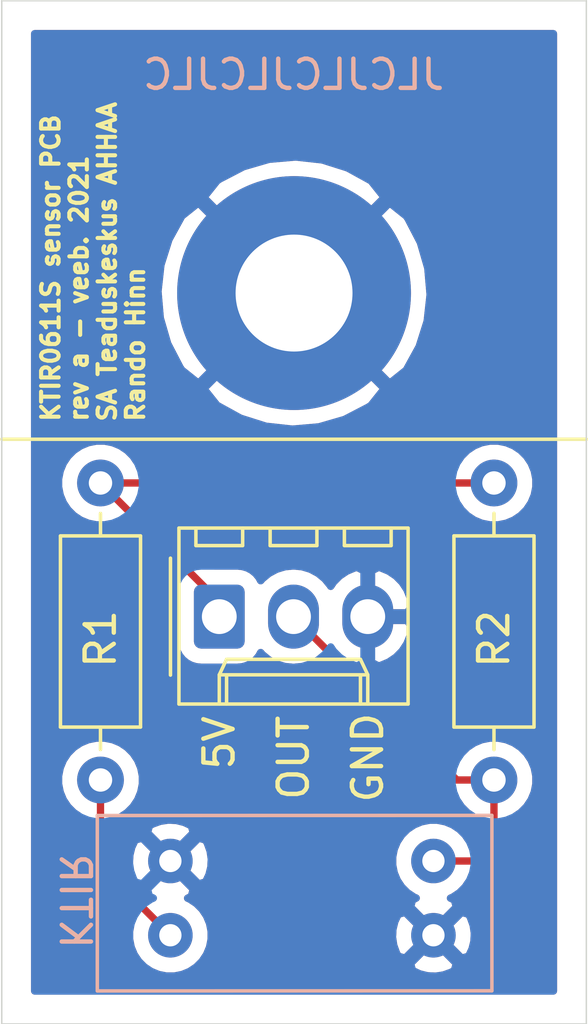
<source format=kicad_pcb>
(kicad_pcb (version 20171130) (host pcbnew 5.1.9-73d0e3b20d~88~ubuntu18.04.1)

  (general
    (thickness 1.6)
    (drawings 10)
    (tracks 10)
    (zones 0)
    (modules 5)
    (nets 5)
  )

  (page A4)
  (title_block
    (title "OSKAR III optocoupler PCB")
    (date 2021-02-09)
    (rev "rev a")
    (company "SA Teaduskeskus AHHAA")
    (comment 1 "Rando Hinn")
  )

  (layers
    (0 F.Cu signal)
    (31 B.Cu signal)
    (32 B.Adhes user)
    (33 F.Adhes user)
    (34 B.Paste user)
    (35 F.Paste user)
    (36 B.SilkS user)
    (37 F.SilkS user)
    (38 B.Mask user)
    (39 F.Mask user)
    (40 Dwgs.User user)
    (41 Cmts.User user)
    (42 Eco1.User user)
    (43 Eco2.User user)
    (44 Edge.Cuts user)
    (45 Margin user)
    (46 B.CrtYd user)
    (47 F.CrtYd user)
    (48 B.Fab user)
    (49 F.Fab user)
  )

  (setup
    (last_trace_width 0.25)
    (trace_clearance 0.2)
    (zone_clearance 0.508)
    (zone_45_only no)
    (trace_min 0.2)
    (via_size 0.8)
    (via_drill 0.4)
    (via_min_size 0.4)
    (via_min_drill 0.3)
    (uvia_size 0.3)
    (uvia_drill 0.1)
    (uvias_allowed no)
    (uvia_min_size 0.2)
    (uvia_min_drill 0.1)
    (edge_width 0.05)
    (segment_width 0.2)
    (pcb_text_width 0.3)
    (pcb_text_size 1.5 1.5)
    (mod_edge_width 0.12)
    (mod_text_size 1 1)
    (mod_text_width 0.15)
    (pad_size 1.524 1.524)
    (pad_drill 0.762)
    (pad_to_mask_clearance 0)
    (aux_axis_origin 0 0)
    (visible_elements FFFFFF7F)
    (pcbplotparams
      (layerselection 0x010fc_ffffffff)
      (usegerberextensions false)
      (usegerberattributes true)
      (usegerberadvancedattributes true)
      (creategerberjobfile true)
      (excludeedgelayer true)
      (linewidth 0.100000)
      (plotframeref false)
      (viasonmask false)
      (mode 1)
      (useauxorigin false)
      (hpglpennumber 1)
      (hpglpenspeed 20)
      (hpglpendiameter 15.000000)
      (psnegative false)
      (psa4output false)
      (plotreference true)
      (plotvalue true)
      (plotinvisibletext false)
      (padsonsilk false)
      (subtractmaskfromsilk false)
      (outputformat 1)
      (mirror false)
      (drillshape 1)
      (scaleselection 1)
      (outputdirectory ""))
  )

  (net 0 "")
  (net 1 GND)
  (net 2 /Output)
  (net 3 "Net-(R1-Pad1)")
  (net 4 +5V)

  (net_class Default "This is the default net class."
    (clearance 0.2)
    (trace_width 0.25)
    (via_dia 0.8)
    (via_drill 0.4)
    (uvia_dia 0.3)
    (uvia_drill 0.1)
    (add_net +5V)
    (add_net /Output)
    (add_net GND)
    (add_net "Net-(R1-Pad1)")
  )

  (module MountingHole:MountingHole_4mm_Pad_TopBottom (layer F.Cu) (tedit 56D1B4CB) (tstamp 60228B5E)
    (at 147.592 87.992)
    (descr "Mounting Hole 4mm")
    (tags "mounting hole 4mm")
    (path /601B1EA0)
    (attr virtual)
    (fp_text reference J2 (at 0 -5) (layer F.SilkS) hide
      (effects (font (size 1 1) (thickness 0.15)))
    )
    (fp_text value Conn_01x01_Female (at 0 5) (layer F.Fab)
      (effects (font (size 1 1) (thickness 0.15)))
    )
    (fp_circle (center 0 0) (end 4.25 0) (layer F.CrtYd) (width 0.05))
    (fp_circle (center 0 0) (end 4 0) (layer Cmts.User) (width 0.15))
    (fp_text user %R (at 0.3 0) (layer F.Fab)
      (effects (font (size 1 1) (thickness 0.15)))
    )
    (pad 1 connect circle (at 0 0) (size 8 8) (layers B.Cu B.Mask)
      (net 1 GND))
    (pad 1 connect circle (at 0 0) (size 8 8) (layers F.Cu F.Mask)
      (net 1 GND))
    (pad 1 thru_hole circle (at 0 0) (size 4.4 4.4) (drill 4) (layers *.Cu *.Mask)
      (net 1 GND))
  )

  (module KTIR0611S:KTIR0611S (layer B.Cu) (tedit 601AF95A) (tstamp 60228B8E)
    (at 147.592 108.792)
    (path /601C0B40)
    (fp_text reference U1 (at 4.3 -3.8) (layer B.SilkS) hide
      (effects (font (size 1 1) (thickness 0.15)) (justify mirror))
    )
    (fp_text value KTIR0611S (at 0 -0.254) (layer B.Fab)
      (effects (font (size 1 1) (thickness 0.15)) (justify mirror))
    )
    (fp_line (start -6.731 -2.929) (end 6.769 -2.933) (layer B.SilkS) (width 0.12))
    (fp_line (start 6.769 -2.933) (end 6.769 3.067) (layer B.SilkS) (width 0.12))
    (fp_line (start -6.731 3.071) (end 6.769 3.067) (layer B.SilkS) (width 0.12))
    (fp_line (start -6.731 -2.929) (end -6.731 3.071) (layer B.SilkS) (width 0.12))
    (fp_text user KTIR (at -7.493 0 -90 unlocked) (layer B.SilkS)
      (effects (font (size 1 1) (thickness 0.15)) (justify mirror))
    )
    (pad 4 thru_hole circle (at 4.769 1.167) (size 1.524 1.524) (drill 0.762) (layers *.Cu *.Mask)
      (net 1 GND))
    (pad 3 thru_hole circle (at 4.769 -1.373) (size 1.524 1.524) (drill 0.762) (layers *.Cu *.Mask)
      (net 2 /Output))
    (pad 2 thru_hole circle (at -4.231 -1.373) (size 1.524 1.524) (drill 0.762) (layers *.Cu *.Mask)
      (net 1 GND))
    (pad 1 thru_hole circle (at -4.231 1.167) (size 1.524 1.524) (drill 0.762) (layers *.Cu *.Mask)
      (net 3 "Net-(R1-Pad1)"))
    (model ${KIPRJMOD}/KTIR0611S.wrl
      (offset (xyz 0.27 -0.1 -0.6))
      (scale (xyz 400 350 400))
      (rotate (xyz -90 0 0))
    )
  )

  (module Connector_Molex:Molex_KK-254_AE-6410-03A_1x03_P2.54mm_Vertical (layer F.Cu) (tedit 5EA53D3B) (tstamp 60228BCD)
    (at 145.034 99.06)
    (descr "Molex KK-254 Interconnect System, old/engineering part number: AE-6410-03A example for new part number: 22-27-2031, 3 Pins (http://www.molex.com/pdm_docs/sd/022272021_sd.pdf), generated with kicad-footprint-generator")
    (tags "connector Molex KK-254 vertical")
    (path /601CD8E7)
    (fp_text reference J1 (at 2.54 -4.12) (layer F.SilkS) hide
      (effects (font (size 1 1) (thickness 0.15)))
    )
    (fp_text value Conn_01x03_Male (at 2.54 4.08) (layer F.Fab)
      (effects (font (size 1 1) (thickness 0.15)))
    )
    (fp_line (start -1.27 -2.92) (end -1.27 2.88) (layer F.Fab) (width 0.1))
    (fp_line (start -1.27 2.88) (end 6.35 2.88) (layer F.Fab) (width 0.1))
    (fp_line (start 6.35 2.88) (end 6.35 -2.92) (layer F.Fab) (width 0.1))
    (fp_line (start 6.35 -2.92) (end -1.27 -2.92) (layer F.Fab) (width 0.1))
    (fp_line (start -1.38 -3.03) (end -1.38 2.99) (layer F.SilkS) (width 0.12))
    (fp_line (start -1.38 2.99) (end 6.46 2.99) (layer F.SilkS) (width 0.12))
    (fp_line (start 6.46 2.99) (end 6.46 -3.03) (layer F.SilkS) (width 0.12))
    (fp_line (start 6.46 -3.03) (end -1.38 -3.03) (layer F.SilkS) (width 0.12))
    (fp_line (start -1.67 -2) (end -1.67 2) (layer F.SilkS) (width 0.12))
    (fp_line (start -1.27 -0.5) (end -0.562893 0) (layer F.Fab) (width 0.1))
    (fp_line (start -0.562893 0) (end -1.27 0.5) (layer F.Fab) (width 0.1))
    (fp_line (start 0 2.99) (end 0 1.99) (layer F.SilkS) (width 0.12))
    (fp_line (start 0 1.99) (end 5.08 1.99) (layer F.SilkS) (width 0.12))
    (fp_line (start 5.08 1.99) (end 5.08 2.99) (layer F.SilkS) (width 0.12))
    (fp_line (start 0 1.99) (end 0.25 1.46) (layer F.SilkS) (width 0.12))
    (fp_line (start 0.25 1.46) (end 4.83 1.46) (layer F.SilkS) (width 0.12))
    (fp_line (start 4.83 1.46) (end 5.08 1.99) (layer F.SilkS) (width 0.12))
    (fp_line (start 0.25 2.99) (end 0.25 1.99) (layer F.SilkS) (width 0.12))
    (fp_line (start 4.83 2.99) (end 4.83 1.99) (layer F.SilkS) (width 0.12))
    (fp_line (start -0.8 -3.03) (end -0.8 -2.43) (layer F.SilkS) (width 0.12))
    (fp_line (start -0.8 -2.43) (end 0.8 -2.43) (layer F.SilkS) (width 0.12))
    (fp_line (start 0.8 -2.43) (end 0.8 -3.03) (layer F.SilkS) (width 0.12))
    (fp_line (start 1.74 -3.03) (end 1.74 -2.43) (layer F.SilkS) (width 0.12))
    (fp_line (start 1.74 -2.43) (end 3.34 -2.43) (layer F.SilkS) (width 0.12))
    (fp_line (start 3.34 -2.43) (end 3.34 -3.03) (layer F.SilkS) (width 0.12))
    (fp_line (start 4.28 -3.03) (end 4.28 -2.43) (layer F.SilkS) (width 0.12))
    (fp_line (start 4.28 -2.43) (end 5.88 -2.43) (layer F.SilkS) (width 0.12))
    (fp_line (start 5.88 -2.43) (end 5.88 -3.03) (layer F.SilkS) (width 0.12))
    (fp_line (start -1.77 -3.42) (end -1.77 3.38) (layer F.CrtYd) (width 0.05))
    (fp_line (start -1.77 3.38) (end 6.85 3.38) (layer F.CrtYd) (width 0.05))
    (fp_line (start 6.85 3.38) (end 6.85 -3.42) (layer F.CrtYd) (width 0.05))
    (fp_line (start 6.85 -3.42) (end -1.77 -3.42) (layer F.CrtYd) (width 0.05))
    (fp_text user %R (at 2.54 -2.22) (layer F.Fab)
      (effects (font (size 1 1) (thickness 0.15)))
    )
    (pad 3 thru_hole oval (at 5.08 0) (size 1.74 2.19) (drill 1.19) (layers *.Cu *.Mask)
      (net 1 GND))
    (pad 2 thru_hole oval (at 2.54 0) (size 1.74 2.19) (drill 1.19) (layers *.Cu *.Mask)
      (net 2 /Output))
    (pad 1 thru_hole roundrect (at 0 0) (size 1.74 2.19) (drill 1.19) (layers *.Cu *.Mask) (roundrect_rratio 0.143678)
      (net 4 +5V))
    (model ${KISYS3DMOD}/Connector_Molex.3dshapes/Molex_KK-254_AE-6410-03A_1x03_P2.54mm_Vertical.wrl
      (at (xyz 0 0 0))
      (scale (xyz 1 1 1))
      (rotate (xyz 0 0 0))
    )
  )

  (module Resistor_THT:R_Axial_DIN0207_L6.3mm_D2.5mm_P10.16mm_Horizontal (layer F.Cu) (tedit 5AE5139B) (tstamp 60228C34)
    (at 154.432 104.648 90)
    (descr "Resistor, Axial_DIN0207 series, Axial, Horizontal, pin pitch=10.16mm, 0.25W = 1/4W, length*diameter=6.3*2.5mm^2, http://cdn-reichelt.de/documents/datenblatt/B400/1_4W%23YAG.pdf")
    (tags "Resistor Axial_DIN0207 series Axial Horizontal pin pitch 10.16mm 0.25W = 1/4W length 6.3mm diameter 2.5mm")
    (path /601C4431)
    (fp_text reference R2 (at 4.826 0 90) (layer F.SilkS)
      (effects (font (size 1 1) (thickness 0.15)))
    )
    (fp_text value 1.5k (at 6.858 -2.286 90) (layer F.Fab)
      (effects (font (size 1 1) (thickness 0.15)))
    )
    (fp_line (start 1.93 -1.25) (end 1.93 1.25) (layer F.Fab) (width 0.1))
    (fp_line (start 1.93 1.25) (end 8.23 1.25) (layer F.Fab) (width 0.1))
    (fp_line (start 8.23 1.25) (end 8.23 -1.25) (layer F.Fab) (width 0.1))
    (fp_line (start 8.23 -1.25) (end 1.93 -1.25) (layer F.Fab) (width 0.1))
    (fp_line (start 0 0) (end 1.93 0) (layer F.Fab) (width 0.1))
    (fp_line (start 10.16 0) (end 8.23 0) (layer F.Fab) (width 0.1))
    (fp_line (start 1.81 -1.37) (end 1.81 1.37) (layer F.SilkS) (width 0.12))
    (fp_line (start 1.81 1.37) (end 8.35 1.37) (layer F.SilkS) (width 0.12))
    (fp_line (start 8.35 1.37) (end 8.35 -1.37) (layer F.SilkS) (width 0.12))
    (fp_line (start 8.35 -1.37) (end 1.81 -1.37) (layer F.SilkS) (width 0.12))
    (fp_line (start 1.04 0) (end 1.81 0) (layer F.SilkS) (width 0.12))
    (fp_line (start 9.12 0) (end 8.35 0) (layer F.SilkS) (width 0.12))
    (fp_line (start -1.05 -1.5) (end -1.05 1.5) (layer F.CrtYd) (width 0.05))
    (fp_line (start -1.05 1.5) (end 11.21 1.5) (layer F.CrtYd) (width 0.05))
    (fp_line (start 11.21 1.5) (end 11.21 -1.5) (layer F.CrtYd) (width 0.05))
    (fp_line (start 11.21 -1.5) (end -1.05 -1.5) (layer F.CrtYd) (width 0.05))
    (fp_text user %R (at 5.08 0 90) (layer F.Fab)
      (effects (font (size 1 1) (thickness 0.15)))
    )
    (pad 2 thru_hole oval (at 10.16 0 90) (size 1.6 1.6) (drill 0.8) (layers *.Cu *.Mask)
      (net 4 +5V))
    (pad 1 thru_hole circle (at 0 0 90) (size 1.6 1.6) (drill 0.8) (layers *.Cu *.Mask)
      (net 2 /Output))
    (model ${KISYS3DMOD}/Resistor_THT.3dshapes/R_Axial_DIN0207_L6.3mm_D2.5mm_P10.16mm_Horizontal.wrl
      (at (xyz 0 0 0))
      (scale (xyz 1 1 1))
      (rotate (xyz 0 0 0))
    )
  )

  (module Resistor_THT:R_Axial_DIN0207_L6.3mm_D2.5mm_P10.16mm_Horizontal (layer F.Cu) (tedit 5AE5139B) (tstamp 60228C76)
    (at 140.97 104.648 90)
    (descr "Resistor, Axial_DIN0207 series, Axial, Horizontal, pin pitch=10.16mm, 0.25W = 1/4W, length*diameter=6.3*2.5mm^2, http://cdn-reichelt.de/documents/datenblatt/B400/1_4W%23YAG.pdf")
    (tags "Resistor Axial_DIN0207 series Axial Horizontal pin pitch 10.16mm 0.25W = 1/4W length 6.3mm diameter 2.5mm")
    (path /601C2277)
    (fp_text reference R1 (at 4.826 0 90) (layer F.SilkS)
      (effects (font (size 1 1) (thickness 0.15)))
    )
    (fp_text value 560 (at 6.858 2.37 90) (layer F.Fab)
      (effects (font (size 1 1) (thickness 0.15)))
    )
    (fp_line (start 1.93 -1.25) (end 1.93 1.25) (layer F.Fab) (width 0.1))
    (fp_line (start 1.93 1.25) (end 8.23 1.25) (layer F.Fab) (width 0.1))
    (fp_line (start 8.23 1.25) (end 8.23 -1.25) (layer F.Fab) (width 0.1))
    (fp_line (start 8.23 -1.25) (end 1.93 -1.25) (layer F.Fab) (width 0.1))
    (fp_line (start 0 0) (end 1.93 0) (layer F.Fab) (width 0.1))
    (fp_line (start 10.16 0) (end 8.23 0) (layer F.Fab) (width 0.1))
    (fp_line (start 1.81 -1.37) (end 1.81 1.37) (layer F.SilkS) (width 0.12))
    (fp_line (start 1.81 1.37) (end 8.35 1.37) (layer F.SilkS) (width 0.12))
    (fp_line (start 8.35 1.37) (end 8.35 -1.37) (layer F.SilkS) (width 0.12))
    (fp_line (start 8.35 -1.37) (end 1.81 -1.37) (layer F.SilkS) (width 0.12))
    (fp_line (start 1.04 0) (end 1.81 0) (layer F.SilkS) (width 0.12))
    (fp_line (start 9.12 0) (end 8.35 0) (layer F.SilkS) (width 0.12))
    (fp_line (start -1.05 -1.5) (end -1.05 1.5) (layer F.CrtYd) (width 0.05))
    (fp_line (start -1.05 1.5) (end 11.21 1.5) (layer F.CrtYd) (width 0.05))
    (fp_line (start 11.21 1.5) (end 11.21 -1.5) (layer F.CrtYd) (width 0.05))
    (fp_line (start 11.21 -1.5) (end -1.05 -1.5) (layer F.CrtYd) (width 0.05))
    (fp_text user %R (at 5.08 0 90) (layer F.Fab)
      (effects (font (size 1 1) (thickness 0.15)))
    )
    (pad 2 thru_hole oval (at 10.16 0 90) (size 1.6 1.6) (drill 0.8) (layers *.Cu *.Mask)
      (net 4 +5V))
    (pad 1 thru_hole circle (at 0 0 90) (size 1.6 1.6) (drill 0.8) (layers *.Cu *.Mask)
      (net 3 "Net-(R1-Pad1)"))
    (model ${KISYS3DMOD}/Resistor_THT.3dshapes/R_Axial_DIN0207_L6.3mm_D2.5mm_P10.16mm_Horizontal.wrl
      (at (xyz 0 0 0))
      (scale (xyz 1 1 1))
      (rotate (xyz 0 0 0))
    )
  )

  (gr_text GND (at 150.114 103.886 90) (layer F.SilkS)
    (effects (font (size 1 1) (thickness 0.15)))
  )
  (gr_text OUT (at 147.574 103.886 90) (layer F.SilkS)
    (effects (font (size 1 1) (thickness 0.15)))
  )
  (gr_text 5V (at 145.034 103.378 90) (layer F.SilkS)
    (effects (font (size 1 1) (thickness 0.15)))
  )
  (gr_text JLCJLCJLCJLC (at 147.574 80.518) (layer B.SilkS) (tstamp 60228B53)
    (effects (font (size 1 1) (thickness 0.15)) (justify mirror))
  )
  (gr_text "KTIR0611S sensor PCB\nrev a - veeb. 2021\nSA Teaduskeskus AHHAA\nRando Hinn" (at 140.716 92.456 90) (layer F.SilkS) (tstamp 60228B50)
    (effects (font (size 0.6 0.6) (thickness 0.14)) (justify left))
  )
  (gr_line (start 137.592 92.992) (end 157.592 92.992) (layer F.SilkS) (width 0.12) (tstamp 60228B80))
  (gr_line (start 137.592 77.992) (end 157.592 77.992) (layer Edge.Cuts) (width 0.05) (tstamp 601B4AC7))
  (gr_line (start 137.592 112.992) (end 137.592 77.992) (layer Edge.Cuts) (width 0.05))
  (gr_line (start 157.592 112.992) (end 157.592 77.992) (layer Edge.Cuts) (width 0.05))
  (gr_line (start 137.592 112.992) (end 157.592 112.992) (layer Edge.Cuts) (width 0.05) (tstamp 60228C1C))

  (segment (start 152.361 107.419) (end 153.947 107.419) (width 0.25) (layer F.Cu) (net 2) (tstamp 60228B7A))
  (segment (start 154.432 106.934) (end 154.432 104.648) (width 0.25) (layer F.Cu) (net 2) (tstamp 60228B77))
  (segment (start 153.947 107.419) (end 154.432 106.934) (width 0.25) (layer F.Cu) (net 2) (tstamp 60228B4D))
  (segment (start 153.162 104.648) (end 147.574 99.06) (width 0.25) (layer F.Cu) (net 2) (tstamp 60228B4A))
  (segment (start 154.432 104.648) (end 153.162 104.648) (width 0.25) (layer F.Cu) (net 2) (tstamp 60228B7D))
  (segment (start 140.97 107.568) (end 140.97 104.648) (width 0.25) (layer F.Cu) (net 3) (tstamp 60228B47))
  (segment (start 143.361 109.959) (end 140.97 107.568) (width 0.25) (layer F.Cu) (net 3) (tstamp 60228B44))
  (segment (start 145.034 98.552) (end 140.97 94.488) (width 0.25) (layer F.Cu) (net 4) (tstamp 60228B41))
  (segment (start 145.034 99.06) (end 145.034 98.552) (width 0.25) (layer F.Cu) (net 4) (tstamp 60228B3E))
  (segment (start 140.97 94.488) (end 154.432 94.488) (width 0.25) (layer F.Cu) (net 4) (tstamp 60228B3B))

  (zone (net 1) (net_name GND) (layer F.Cu) (tstamp 60228B71) (hatch edge 0.508)
    (connect_pads (clearance 0.508))
    (min_thickness 0.254)
    (fill yes (arc_segments 32) (thermal_gap 0.508) (thermal_bridge_width 0.508))
    (polygon
      (pts
        (xy 156.592 111.992) (xy 138.592 111.992) (xy 138.592 78.992) (xy 156.592 78.992)
      )
    )
    (filled_polygon
      (pts
        (xy 156.465 111.865) (xy 138.719 111.865) (xy 138.719 104.506665) (xy 139.535 104.506665) (xy 139.535 104.789335)
        (xy 139.590147 105.066574) (xy 139.69832 105.327727) (xy 139.855363 105.562759) (xy 140.055241 105.762637) (xy 140.210001 105.866044)
        (xy 140.21 107.530677) (xy 140.206324 107.568) (xy 140.21 107.605322) (xy 140.21 107.605332) (xy 140.220997 107.716985)
        (xy 140.259306 107.843276) (xy 140.264454 107.860246) (xy 140.335026 107.992276) (xy 140.359439 108.022023) (xy 140.429999 108.108001)
        (xy 140.459003 108.131804) (xy 141.994628 109.66743) (xy 141.964 109.821408) (xy 141.964 110.096592) (xy 142.017686 110.36649)
        (xy 142.122995 110.620727) (xy 142.27588 110.849535) (xy 142.470465 111.04412) (xy 142.699273 111.197005) (xy 142.95351 111.302314)
        (xy 143.223408 111.356) (xy 143.498592 111.356) (xy 143.76849 111.302314) (xy 144.022727 111.197005) (xy 144.251535 111.04412)
        (xy 144.37109 110.924565) (xy 151.57504 110.924565) (xy 151.64202 111.164656) (xy 151.891048 111.281756) (xy 152.158135 111.348023)
        (xy 152.433017 111.36091) (xy 152.705133 111.319922) (xy 152.964023 111.226636) (xy 153.07998 111.164656) (xy 153.14696 110.924565)
        (xy 152.361 110.138605) (xy 151.57504 110.924565) (xy 144.37109 110.924565) (xy 144.44612 110.849535) (xy 144.599005 110.620727)
        (xy 144.704314 110.36649) (xy 144.758 110.096592) (xy 144.758 110.031017) (xy 150.95909 110.031017) (xy 151.000078 110.303133)
        (xy 151.093364 110.562023) (xy 151.155344 110.67798) (xy 151.395435 110.74496) (xy 152.181395 109.959) (xy 152.540605 109.959)
        (xy 153.326565 110.74496) (xy 153.566656 110.67798) (xy 153.683756 110.428952) (xy 153.750023 110.161865) (xy 153.76291 109.886983)
        (xy 153.721922 109.614867) (xy 153.628636 109.355977) (xy 153.566656 109.24002) (xy 153.326565 109.17304) (xy 152.540605 109.959)
        (xy 152.181395 109.959) (xy 151.395435 109.17304) (xy 151.155344 109.24002) (xy 151.038244 109.489048) (xy 150.971977 109.756135)
        (xy 150.95909 110.031017) (xy 144.758 110.031017) (xy 144.758 109.821408) (xy 144.704314 109.55151) (xy 144.599005 109.297273)
        (xy 144.44612 109.068465) (xy 144.251535 108.87388) (xy 144.022727 108.720995) (xy 143.951057 108.691308) (xy 143.964023 108.686636)
        (xy 144.07998 108.624656) (xy 144.14696 108.384565) (xy 143.361 107.598605) (xy 143.346858 107.612748) (xy 143.167253 107.433143)
        (xy 143.181395 107.419) (xy 143.540605 107.419) (xy 144.326565 108.20496) (xy 144.566656 108.13798) (xy 144.683756 107.888952)
        (xy 144.750023 107.621865) (xy 144.76291 107.346983) (xy 144.721922 107.074867) (xy 144.628636 106.815977) (xy 144.566656 106.70002)
        (xy 144.326565 106.63304) (xy 143.540605 107.419) (xy 143.181395 107.419) (xy 142.395435 106.63304) (xy 142.155344 106.70002)
        (xy 142.038244 106.949048) (xy 141.971977 107.216135) (xy 141.959481 107.48268) (xy 141.73 107.253199) (xy 141.73 106.453435)
        (xy 142.57504 106.453435) (xy 143.361 107.239395) (xy 144.14696 106.453435) (xy 144.07998 106.213344) (xy 143.830952 106.096244)
        (xy 143.563865 106.029977) (xy 143.288983 106.01709) (xy 143.016867 106.058078) (xy 142.757977 106.151364) (xy 142.64202 106.213344)
        (xy 142.57504 106.453435) (xy 141.73 106.453435) (xy 141.73 105.866043) (xy 141.884759 105.762637) (xy 142.084637 105.562759)
        (xy 142.24168 105.327727) (xy 142.349853 105.066574) (xy 142.405 104.789335) (xy 142.405 104.506665) (xy 142.349853 104.229426)
        (xy 142.24168 103.968273) (xy 142.084637 103.733241) (xy 141.884759 103.533363) (xy 141.649727 103.37632) (xy 141.388574 103.268147)
        (xy 141.111335 103.213) (xy 140.828665 103.213) (xy 140.551426 103.268147) (xy 140.290273 103.37632) (xy 140.055241 103.533363)
        (xy 139.855363 103.733241) (xy 139.69832 103.968273) (xy 139.590147 104.229426) (xy 139.535 104.506665) (xy 138.719 104.506665)
        (xy 138.719 94.346665) (xy 139.535 94.346665) (xy 139.535 94.629335) (xy 139.590147 94.906574) (xy 139.69832 95.167727)
        (xy 139.855363 95.402759) (xy 140.055241 95.602637) (xy 140.290273 95.75968) (xy 140.551426 95.867853) (xy 140.828665 95.923)
        (xy 141.111335 95.923) (xy 141.293887 95.886688) (xy 143.53456 98.127361) (xy 143.525928 98.214999) (xy 143.525928 99.905001)
        (xy 143.542992 100.078255) (xy 143.593528 100.244851) (xy 143.675595 100.398387) (xy 143.786038 100.532962) (xy 143.920613 100.643405)
        (xy 144.074149 100.725472) (xy 144.240745 100.776008) (xy 144.413999 100.793072) (xy 145.654001 100.793072) (xy 145.827255 100.776008)
        (xy 145.993851 100.725472) (xy 146.147387 100.643405) (xy 146.281962 100.532962) (xy 146.392405 100.398387) (xy 146.450934 100.288886)
        (xy 146.504655 100.354345) (xy 146.733822 100.542417) (xy 146.995276 100.682166) (xy 147.278969 100.768224) (xy 147.574 100.797282)
        (xy 147.869032 100.768224) (xy 148.128664 100.689465) (xy 152.598205 105.159008) (xy 152.621999 105.188001) (xy 152.650992 105.211795)
        (xy 152.650996 105.211799) (xy 152.721685 105.269811) (xy 152.737724 105.282974) (xy 152.869753 105.353546) (xy 153.013014 105.397003)
        (xy 153.124667 105.408) (xy 153.124676 105.408) (xy 153.161999 105.411676) (xy 153.199322 105.408) (xy 153.213957 105.408)
        (xy 153.317363 105.562759) (xy 153.517241 105.762637) (xy 153.672 105.866044) (xy 153.672 106.619199) (xy 153.632199 106.659)
        (xy 153.533341 106.659) (xy 153.44612 106.528465) (xy 153.251535 106.33388) (xy 153.022727 106.180995) (xy 152.76849 106.075686)
        (xy 152.498592 106.022) (xy 152.223408 106.022) (xy 151.95351 106.075686) (xy 151.699273 106.180995) (xy 151.470465 106.33388)
        (xy 151.27588 106.528465) (xy 151.122995 106.757273) (xy 151.017686 107.01151) (xy 150.964 107.281408) (xy 150.964 107.556592)
        (xy 151.017686 107.82649) (xy 151.122995 108.080727) (xy 151.27588 108.309535) (xy 151.470465 108.50412) (xy 151.699273 108.657005)
        (xy 151.770943 108.686692) (xy 151.757977 108.691364) (xy 151.64202 108.753344) (xy 151.57504 108.993435) (xy 152.361 109.779395)
        (xy 153.14696 108.993435) (xy 153.07998 108.753344) (xy 152.94424 108.689515) (xy 153.022727 108.657005) (xy 153.251535 108.50412)
        (xy 153.44612 108.309535) (xy 153.533341 108.179) (xy 153.909678 108.179) (xy 153.947 108.182676) (xy 153.984322 108.179)
        (xy 153.984333 108.179) (xy 154.095986 108.168003) (xy 154.239247 108.124546) (xy 154.371276 108.053974) (xy 154.487001 107.959001)
        (xy 154.510804 107.929997) (xy 154.942998 107.497803) (xy 154.972001 107.474001) (xy 155.066974 107.358276) (xy 155.137546 107.226247)
        (xy 155.181003 107.082986) (xy 155.192 106.971333) (xy 155.192 106.971332) (xy 155.195677 106.934) (xy 155.192 106.896667)
        (xy 155.192 105.866043) (xy 155.346759 105.762637) (xy 155.546637 105.562759) (xy 155.70368 105.327727) (xy 155.811853 105.066574)
        (xy 155.867 104.789335) (xy 155.867 104.506665) (xy 155.811853 104.229426) (xy 155.70368 103.968273) (xy 155.546637 103.733241)
        (xy 155.346759 103.533363) (xy 155.111727 103.37632) (xy 154.850574 103.268147) (xy 154.573335 103.213) (xy 154.290665 103.213)
        (xy 154.013426 103.268147) (xy 153.752273 103.37632) (xy 153.517241 103.533363) (xy 153.319703 103.730901) (xy 150.241002 100.6522)
        (xy 150.241002 100.625247) (xy 150.474031 100.746302) (xy 150.561591 100.729551) (xy 150.834809 100.614474) (xy 151.080326 100.448306)
        (xy 151.288708 100.237433) (xy 151.451947 99.989958) (xy 151.563769 99.715392) (xy 151.619877 99.424286) (xy 151.464376 99.187)
        (xy 150.241 99.187) (xy 150.241 99.207) (xy 149.987 99.207) (xy 149.987 99.187) (xy 149.967 99.187)
        (xy 149.967 98.933) (xy 149.987 98.933) (xy 149.987 97.494754) (xy 150.241 97.494754) (xy 150.241 98.933)
        (xy 151.464376 98.933) (xy 151.619877 98.695714) (xy 151.563769 98.404608) (xy 151.451947 98.130042) (xy 151.288708 97.882567)
        (xy 151.080326 97.671694) (xy 150.834809 97.505526) (xy 150.561591 97.390449) (xy 150.474031 97.373698) (xy 150.241 97.494754)
        (xy 149.987 97.494754) (xy 149.753969 97.373698) (xy 149.666409 97.390449) (xy 149.393191 97.505526) (xy 149.147674 97.671694)
        (xy 148.939292 97.882567) (xy 148.84656 98.023152) (xy 148.831417 97.994821) (xy 148.643345 97.765655) (xy 148.414178 97.577583)
        (xy 148.152724 97.437834) (xy 147.869031 97.351776) (xy 147.574 97.322718) (xy 147.278968 97.351776) (xy 146.995275 97.437834)
        (xy 146.733821 97.577583) (xy 146.504655 97.765655) (xy 146.450935 97.831114) (xy 146.392405 97.721613) (xy 146.281962 97.587038)
        (xy 146.147387 97.476595) (xy 145.993851 97.394528) (xy 145.827255 97.343992) (xy 145.654001 97.326928) (xy 144.88373 97.326928)
        (xy 142.804801 95.248) (xy 153.213957 95.248) (xy 153.317363 95.402759) (xy 153.517241 95.602637) (xy 153.752273 95.75968)
        (xy 154.013426 95.867853) (xy 154.290665 95.923) (xy 154.573335 95.923) (xy 154.850574 95.867853) (xy 155.111727 95.75968)
        (xy 155.346759 95.602637) (xy 155.546637 95.402759) (xy 155.70368 95.167727) (xy 155.811853 94.906574) (xy 155.867 94.629335)
        (xy 155.867 94.346665) (xy 155.811853 94.069426) (xy 155.70368 93.808273) (xy 155.546637 93.573241) (xy 155.346759 93.373363)
        (xy 155.111727 93.21632) (xy 154.850574 93.108147) (xy 154.573335 93.053) (xy 154.290665 93.053) (xy 154.013426 93.108147)
        (xy 153.752273 93.21632) (xy 153.517241 93.373363) (xy 153.317363 93.573241) (xy 153.213957 93.728) (xy 142.188043 93.728)
        (xy 142.084637 93.573241) (xy 141.884759 93.373363) (xy 141.649727 93.21632) (xy 141.388574 93.108147) (xy 141.111335 93.053)
        (xy 140.828665 93.053) (xy 140.551426 93.108147) (xy 140.290273 93.21632) (xy 140.055241 93.373363) (xy 139.855363 93.573241)
        (xy 139.69832 93.808273) (xy 139.590147 94.069426) (xy 139.535 94.346665) (xy 138.719 94.346665) (xy 138.719 91.26158)
        (xy 144.502025 91.26158) (xy 144.958197 91.833185) (xy 145.758183 92.273207) (xy 146.628641 92.548704) (xy 147.536121 92.649091)
        (xy 148.445748 92.570508) (xy 149.322566 92.315975) (xy 150.132879 91.895275) (xy 150.225803 91.833185) (xy 150.681975 91.26158)
        (xy 147.592 88.171605) (xy 144.502025 91.26158) (xy 138.719 91.26158) (xy 138.719 87.936121) (xy 142.934909 87.936121)
        (xy 143.013492 88.845748) (xy 143.268025 89.722566) (xy 143.688725 90.532879) (xy 143.750815 90.625803) (xy 144.32242 91.081975)
        (xy 147.412395 87.992) (xy 147.771605 87.992) (xy 150.86158 91.081975) (xy 151.433185 90.625803) (xy 151.873207 89.825817)
        (xy 152.148704 88.955359) (xy 152.249091 88.047879) (xy 152.170508 87.138252) (xy 151.915975 86.261434) (xy 151.495275 85.451121)
        (xy 151.433185 85.358197) (xy 150.86158 84.902025) (xy 147.771605 87.992) (xy 147.412395 87.992) (xy 144.32242 84.902025)
        (xy 143.750815 85.358197) (xy 143.310793 86.158183) (xy 143.035296 87.028641) (xy 142.934909 87.936121) (xy 138.719 87.936121)
        (xy 138.719 84.72242) (xy 144.502025 84.72242) (xy 147.592 87.812395) (xy 150.681975 84.72242) (xy 150.225803 84.150815)
        (xy 149.425817 83.710793) (xy 148.555359 83.435296) (xy 147.647879 83.334909) (xy 146.738252 83.413492) (xy 145.861434 83.668025)
        (xy 145.051121 84.088725) (xy 144.958197 84.150815) (xy 144.502025 84.72242) (xy 138.719 84.72242) (xy 138.719 79.119)
        (xy 156.465 79.119)
      )
    )
  )
  (zone (net 1) (net_name GND) (layer B.Cu) (tstamp 60228B74) (hatch edge 0.508)
    (connect_pads (clearance 0.508))
    (min_thickness 0.254)
    (fill yes (arc_segments 32) (thermal_gap 0.508) (thermal_bridge_width 0.508))
    (polygon
      (pts
        (xy 156.592 111.992) (xy 138.592 111.992) (xy 138.592 78.992) (xy 156.592 78.992)
      )
    )
    (filled_polygon
      (pts
        (xy 156.465 111.865) (xy 138.719 111.865) (xy 138.719 109.821408) (xy 141.964 109.821408) (xy 141.964 110.096592)
        (xy 142.017686 110.36649) (xy 142.122995 110.620727) (xy 142.27588 110.849535) (xy 142.470465 111.04412) (xy 142.699273 111.197005)
        (xy 142.95351 111.302314) (xy 143.223408 111.356) (xy 143.498592 111.356) (xy 143.76849 111.302314) (xy 144.022727 111.197005)
        (xy 144.251535 111.04412) (xy 144.37109 110.924565) (xy 151.57504 110.924565) (xy 151.64202 111.164656) (xy 151.891048 111.281756)
        (xy 152.158135 111.348023) (xy 152.433017 111.36091) (xy 152.705133 111.319922) (xy 152.964023 111.226636) (xy 153.07998 111.164656)
        (xy 153.14696 110.924565) (xy 152.361 110.138605) (xy 151.57504 110.924565) (xy 144.37109 110.924565) (xy 144.44612 110.849535)
        (xy 144.599005 110.620727) (xy 144.704314 110.36649) (xy 144.758 110.096592) (xy 144.758 110.031017) (xy 150.95909 110.031017)
        (xy 151.000078 110.303133) (xy 151.093364 110.562023) (xy 151.155344 110.67798) (xy 151.395435 110.74496) (xy 152.181395 109.959)
        (xy 152.540605 109.959) (xy 153.326565 110.74496) (xy 153.566656 110.67798) (xy 153.683756 110.428952) (xy 153.750023 110.161865)
        (xy 153.76291 109.886983) (xy 153.721922 109.614867) (xy 153.628636 109.355977) (xy 153.566656 109.24002) (xy 153.326565 109.17304)
        (xy 152.540605 109.959) (xy 152.181395 109.959) (xy 151.395435 109.17304) (xy 151.155344 109.24002) (xy 151.038244 109.489048)
        (xy 150.971977 109.756135) (xy 150.95909 110.031017) (xy 144.758 110.031017) (xy 144.758 109.821408) (xy 144.704314 109.55151)
        (xy 144.599005 109.297273) (xy 144.44612 109.068465) (xy 144.251535 108.87388) (xy 144.022727 108.720995) (xy 143.951057 108.691308)
        (xy 143.964023 108.686636) (xy 144.07998 108.624656) (xy 144.14696 108.384565) (xy 143.361 107.598605) (xy 142.57504 108.384565)
        (xy 142.64202 108.624656) (xy 142.77776 108.688485) (xy 142.699273 108.720995) (xy 142.470465 108.87388) (xy 142.27588 109.068465)
        (xy 142.122995 109.297273) (xy 142.017686 109.55151) (xy 141.964 109.821408) (xy 138.719 109.821408) (xy 138.719 107.491017)
        (xy 141.95909 107.491017) (xy 142.000078 107.763133) (xy 142.093364 108.022023) (xy 142.155344 108.13798) (xy 142.395435 108.20496)
        (xy 143.181395 107.419) (xy 143.540605 107.419) (xy 144.326565 108.20496) (xy 144.566656 108.13798) (xy 144.683756 107.888952)
        (xy 144.750023 107.621865) (xy 144.76291 107.346983) (xy 144.753033 107.281408) (xy 150.964 107.281408) (xy 150.964 107.556592)
        (xy 151.017686 107.82649) (xy 151.122995 108.080727) (xy 151.27588 108.309535) (xy 151.470465 108.50412) (xy 151.699273 108.657005)
        (xy 151.770943 108.686692) (xy 151.757977 108.691364) (xy 151.64202 108.753344) (xy 151.57504 108.993435) (xy 152.361 109.779395)
        (xy 153.14696 108.993435) (xy 153.07998 108.753344) (xy 152.94424 108.689515) (xy 153.022727 108.657005) (xy 153.251535 108.50412)
        (xy 153.44612 108.309535) (xy 153.599005 108.080727) (xy 153.704314 107.82649) (xy 153.758 107.556592) (xy 153.758 107.281408)
        (xy 153.704314 107.01151) (xy 153.599005 106.757273) (xy 153.44612 106.528465) (xy 153.251535 106.33388) (xy 153.022727 106.180995)
        (xy 152.76849 106.075686) (xy 152.498592 106.022) (xy 152.223408 106.022) (xy 151.95351 106.075686) (xy 151.699273 106.180995)
        (xy 151.470465 106.33388) (xy 151.27588 106.528465) (xy 151.122995 106.757273) (xy 151.017686 107.01151) (xy 150.964 107.281408)
        (xy 144.753033 107.281408) (xy 144.721922 107.074867) (xy 144.628636 106.815977) (xy 144.566656 106.70002) (xy 144.326565 106.63304)
        (xy 143.540605 107.419) (xy 143.181395 107.419) (xy 142.395435 106.63304) (xy 142.155344 106.70002) (xy 142.038244 106.949048)
        (xy 141.971977 107.216135) (xy 141.95909 107.491017) (xy 138.719 107.491017) (xy 138.719 106.453435) (xy 142.57504 106.453435)
        (xy 143.361 107.239395) (xy 144.14696 106.453435) (xy 144.07998 106.213344) (xy 143.830952 106.096244) (xy 143.563865 106.029977)
        (xy 143.288983 106.01709) (xy 143.016867 106.058078) (xy 142.757977 106.151364) (xy 142.64202 106.213344) (xy 142.57504 106.453435)
        (xy 138.719 106.453435) (xy 138.719 104.506665) (xy 139.535 104.506665) (xy 139.535 104.789335) (xy 139.590147 105.066574)
        (xy 139.69832 105.327727) (xy 139.855363 105.562759) (xy 140.055241 105.762637) (xy 140.290273 105.91968) (xy 140.551426 106.027853)
        (xy 140.828665 106.083) (xy 141.111335 106.083) (xy 141.388574 106.027853) (xy 141.649727 105.91968) (xy 141.884759 105.762637)
        (xy 142.084637 105.562759) (xy 142.24168 105.327727) (xy 142.349853 105.066574) (xy 142.405 104.789335) (xy 142.405 104.506665)
        (xy 152.997 104.506665) (xy 152.997 104.789335) (xy 153.052147 105.066574) (xy 153.16032 105.327727) (xy 153.317363 105.562759)
        (xy 153.517241 105.762637) (xy 153.752273 105.91968) (xy 154.013426 106.027853) (xy 154.290665 106.083) (xy 154.573335 106.083)
        (xy 154.850574 106.027853) (xy 155.111727 105.91968) (xy 155.346759 105.762637) (xy 155.546637 105.562759) (xy 155.70368 105.327727)
        (xy 155.811853 105.066574) (xy 155.867 104.789335) (xy 155.867 104.506665) (xy 155.811853 104.229426) (xy 155.70368 103.968273)
        (xy 155.546637 103.733241) (xy 155.346759 103.533363) (xy 155.111727 103.37632) (xy 154.850574 103.268147) (xy 154.573335 103.213)
        (xy 154.290665 103.213) (xy 154.013426 103.268147) (xy 153.752273 103.37632) (xy 153.517241 103.533363) (xy 153.317363 103.733241)
        (xy 153.16032 103.968273) (xy 153.052147 104.229426) (xy 152.997 104.506665) (xy 142.405 104.506665) (xy 142.349853 104.229426)
        (xy 142.24168 103.968273) (xy 142.084637 103.733241) (xy 141.884759 103.533363) (xy 141.649727 103.37632) (xy 141.388574 103.268147)
        (xy 141.111335 103.213) (xy 140.828665 103.213) (xy 140.551426 103.268147) (xy 140.290273 103.37632) (xy 140.055241 103.533363)
        (xy 139.855363 103.733241) (xy 139.69832 103.968273) (xy 139.590147 104.229426) (xy 139.535 104.506665) (xy 138.719 104.506665)
        (xy 138.719 98.214999) (xy 143.525928 98.214999) (xy 143.525928 99.905001) (xy 143.542992 100.078255) (xy 143.593528 100.244851)
        (xy 143.675595 100.398387) (xy 143.786038 100.532962) (xy 143.920613 100.643405) (xy 144.074149 100.725472) (xy 144.240745 100.776008)
        (xy 144.413999 100.793072) (xy 145.654001 100.793072) (xy 145.827255 100.776008) (xy 145.993851 100.725472) (xy 146.147387 100.643405)
        (xy 146.281962 100.532962) (xy 146.392405 100.398387) (xy 146.450934 100.288886) (xy 146.504655 100.354345) (xy 146.733822 100.542417)
        (xy 146.995276 100.682166) (xy 147.278969 100.768224) (xy 147.574 100.797282) (xy 147.869032 100.768224) (xy 148.152725 100.682166)
        (xy 148.414179 100.542417) (xy 148.643345 100.354345) (xy 148.831417 100.125179) (xy 148.84656 100.096848) (xy 148.939292 100.237433)
        (xy 149.147674 100.448306) (xy 149.393191 100.614474) (xy 149.666409 100.729551) (xy 149.753969 100.746302) (xy 149.987 100.625246)
        (xy 149.987 99.187) (xy 150.241 99.187) (xy 150.241 100.625246) (xy 150.474031 100.746302) (xy 150.561591 100.729551)
        (xy 150.834809 100.614474) (xy 151.080326 100.448306) (xy 151.288708 100.237433) (xy 151.451947 99.989958) (xy 151.563769 99.715392)
        (xy 151.619877 99.424286) (xy 151.464376 99.187) (xy 150.241 99.187) (xy 149.987 99.187) (xy 149.967 99.187)
        (xy 149.967 98.933) (xy 149.987 98.933) (xy 149.987 97.494754) (xy 150.241 97.494754) (xy 150.241 98.933)
        (xy 151.464376 98.933) (xy 151.619877 98.695714) (xy 151.563769 98.404608) (xy 151.451947 98.130042) (xy 151.288708 97.882567)
        (xy 151.080326 97.671694) (xy 150.834809 97.505526) (xy 150.561591 97.390449) (xy 150.474031 97.373698) (xy 150.241 97.494754)
        (xy 149.987 97.494754) (xy 149.753969 97.373698) (xy 149.666409 97.390449) (xy 149.393191 97.505526) (xy 149.147674 97.671694)
        (xy 148.939292 97.882567) (xy 148.84656 98.023152) (xy 148.831417 97.994821) (xy 148.643345 97.765655) (xy 148.414178 97.577583)
        (xy 148.152724 97.437834) (xy 147.869031 97.351776) (xy 147.574 97.322718) (xy 147.278968 97.351776) (xy 146.995275 97.437834)
        (xy 146.733821 97.577583) (xy 146.504655 97.765655) (xy 146.450935 97.831114) (xy 146.392405 97.721613) (xy 146.281962 97.587038)
        (xy 146.147387 97.476595) (xy 145.993851 97.394528) (xy 145.827255 97.343992) (xy 145.654001 97.326928) (xy 144.413999 97.326928)
        (xy 144.240745 97.343992) (xy 144.074149 97.394528) (xy 143.920613 97.476595) (xy 143.786038 97.587038) (xy 143.675595 97.721613)
        (xy 143.593528 97.875149) (xy 143.542992 98.041745) (xy 143.525928 98.214999) (xy 138.719 98.214999) (xy 138.719 94.346665)
        (xy 139.535 94.346665) (xy 139.535 94.629335) (xy 139.590147 94.906574) (xy 139.69832 95.167727) (xy 139.855363 95.402759)
        (xy 140.055241 95.602637) (xy 140.290273 95.75968) (xy 140.551426 95.867853) (xy 140.828665 95.923) (xy 141.111335 95.923)
        (xy 141.388574 95.867853) (xy 141.649727 95.75968) (xy 141.884759 95.602637) (xy 142.084637 95.402759) (xy 142.24168 95.167727)
        (xy 142.349853 94.906574) (xy 142.405 94.629335) (xy 142.405 94.346665) (xy 152.997 94.346665) (xy 152.997 94.629335)
        (xy 153.052147 94.906574) (xy 153.16032 95.167727) (xy 153.317363 95.402759) (xy 153.517241 95.602637) (xy 153.752273 95.75968)
        (xy 154.013426 95.867853) (xy 154.290665 95.923) (xy 154.573335 95.923) (xy 154.850574 95.867853) (xy 155.111727 95.75968)
        (xy 155.346759 95.602637) (xy 155.546637 95.402759) (xy 155.70368 95.167727) (xy 155.811853 94.906574) (xy 155.867 94.629335)
        (xy 155.867 94.346665) (xy 155.811853 94.069426) (xy 155.70368 93.808273) (xy 155.546637 93.573241) (xy 155.346759 93.373363)
        (xy 155.111727 93.21632) (xy 154.850574 93.108147) (xy 154.573335 93.053) (xy 154.290665 93.053) (xy 154.013426 93.108147)
        (xy 153.752273 93.21632) (xy 153.517241 93.373363) (xy 153.317363 93.573241) (xy 153.16032 93.808273) (xy 153.052147 94.069426)
        (xy 152.997 94.346665) (xy 142.405 94.346665) (xy 142.349853 94.069426) (xy 142.24168 93.808273) (xy 142.084637 93.573241)
        (xy 141.884759 93.373363) (xy 141.649727 93.21632) (xy 141.388574 93.108147) (xy 141.111335 93.053) (xy 140.828665 93.053)
        (xy 140.551426 93.108147) (xy 140.290273 93.21632) (xy 140.055241 93.373363) (xy 139.855363 93.573241) (xy 139.69832 93.808273)
        (xy 139.590147 94.069426) (xy 139.535 94.346665) (xy 138.719 94.346665) (xy 138.719 91.26158) (xy 144.502025 91.26158)
        (xy 144.958197 91.833185) (xy 145.758183 92.273207) (xy 146.628641 92.548704) (xy 147.536121 92.649091) (xy 148.445748 92.570508)
        (xy 149.322566 92.315975) (xy 150.132879 91.895275) (xy 150.225803 91.833185) (xy 150.681975 91.26158) (xy 147.592 88.171605)
        (xy 144.502025 91.26158) (xy 138.719 91.26158) (xy 138.719 87.936121) (xy 142.934909 87.936121) (xy 143.013492 88.845748)
        (xy 143.268025 89.722566) (xy 143.688725 90.532879) (xy 143.750815 90.625803) (xy 144.32242 91.081975) (xy 147.412395 87.992)
        (xy 147.771605 87.992) (xy 150.86158 91.081975) (xy 151.433185 90.625803) (xy 151.873207 89.825817) (xy 152.148704 88.955359)
        (xy 152.249091 88.047879) (xy 152.170508 87.138252) (xy 151.915975 86.261434) (xy 151.495275 85.451121) (xy 151.433185 85.358197)
        (xy 150.86158 84.902025) (xy 147.771605 87.992) (xy 147.412395 87.992) (xy 144.32242 84.902025) (xy 143.750815 85.358197)
        (xy 143.310793 86.158183) (xy 143.035296 87.028641) (xy 142.934909 87.936121) (xy 138.719 87.936121) (xy 138.719 84.72242)
        (xy 144.502025 84.72242) (xy 147.592 87.812395) (xy 150.681975 84.72242) (xy 150.225803 84.150815) (xy 149.425817 83.710793)
        (xy 148.555359 83.435296) (xy 147.647879 83.334909) (xy 146.738252 83.413492) (xy 145.861434 83.668025) (xy 145.051121 84.088725)
        (xy 144.958197 84.150815) (xy 144.502025 84.72242) (xy 138.719 84.72242) (xy 138.719 79.119) (xy 156.465 79.119)
      )
    )
  )
)

</source>
